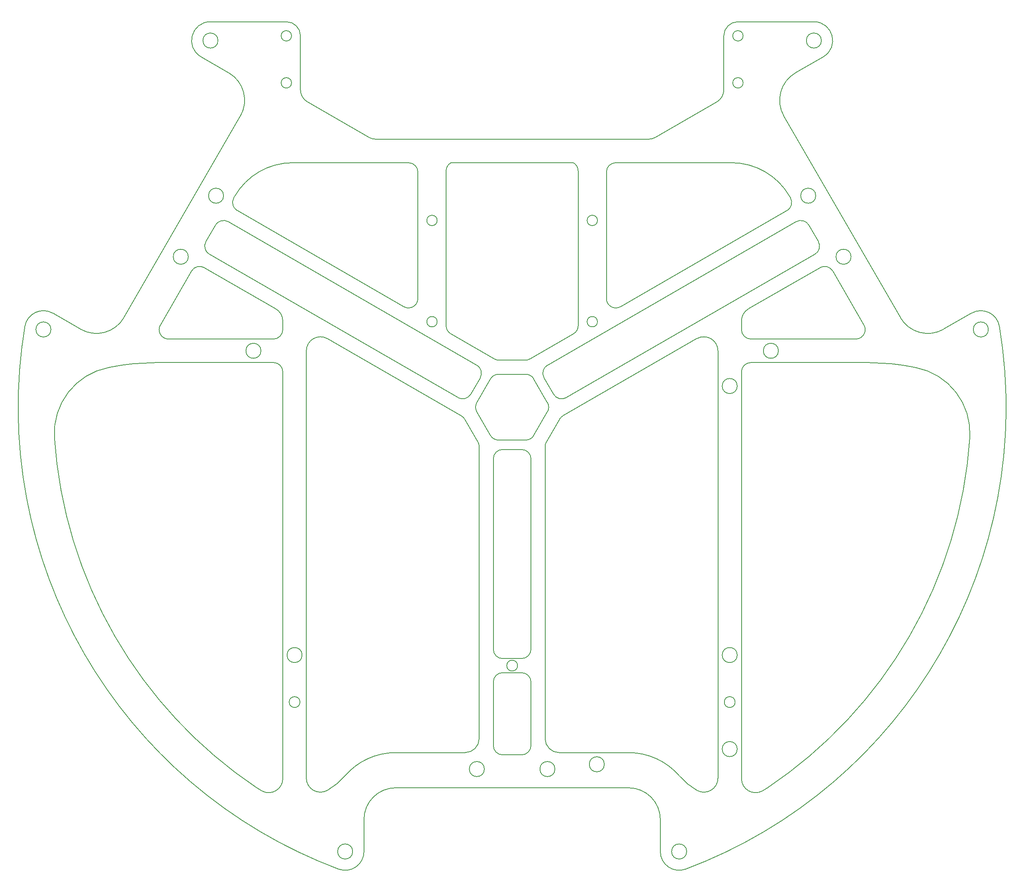
<source format=gbr>
%TF.GenerationSoftware,KiCad,Pcbnew,7.0.9*%
%TF.CreationDate,2024-03-02T10:42:17+09:00*%
%TF.ProjectId,topframe,746f7066-7261-46d6-952e-6b696361645f,rev?*%
%TF.SameCoordinates,Original*%
%TF.FileFunction,Profile,NP*%
%FSLAX46Y46*%
G04 Gerber Fmt 4.6, Leading zero omitted, Abs format (unit mm)*
G04 Created by KiCad (PCBNEW 7.0.9) date 2024-03-02 10:42:17*
%MOMM*%
%LPD*%
G01*
G04 APERTURE LIST*
%TA.AperFunction,Profile*%
%ADD10C,0.200000*%
%TD*%
G04 APERTURE END LIST*
D10*
X103441896Y-79220193D02*
G75*
G03*
X103441896Y-79220193I-1100000J0D01*
G01*
X103441896Y-57670193D02*
G75*
G03*
X103441896Y-57670193I-1100000J0D01*
G01*
X65979999Y-85408000D02*
G75*
G03*
X65979999Y-85408000I-1600000J0D01*
G01*
X113480000Y-174418000D02*
G75*
G03*
X113480000Y-174418000I-1600000J0D01*
G01*
X50537384Y-65398190D02*
G75*
G03*
X50537384Y-65398190I-1600000J0D01*
G01*
X58037384Y-52407809D02*
G75*
G03*
X58037384Y-52407809I-1600000J0D01*
G01*
X74280000Y-160163000D02*
G75*
G03*
X74280000Y-160163000I-1150000J0D01*
G01*
X74730000Y-150158001D02*
G75*
G03*
X74730000Y-150158001I-1600000J0D01*
G01*
X21342501Y-80874132D02*
G75*
G03*
X21342501Y-80874132I-1600000J0D01*
G01*
X85480000Y-191963539D02*
G75*
G03*
X85480000Y-191963539I-1600000J0D01*
G01*
X72480000Y-28386329D02*
G75*
G03*
X72480000Y-28386329I-1100000J0D01*
G01*
X72480000Y-18386329D02*
G75*
G03*
X72480000Y-18386329I-1100000J0D01*
G01*
X56842501Y-19386329D02*
G75*
G03*
X56842501Y-19386329I-1600000J0D01*
G01*
X116595390Y-87408000D02*
X119380000Y-87408000D01*
X115595390Y-87140051D02*
G75*
G03*
X116595390Y-87408000I999998J1732045D01*
G01*
X106341896Y-81797543D02*
X115595390Y-87140051D01*
X105341896Y-80065493D02*
G75*
G03*
X106341896Y-81797543I1999996J-1D01*
G01*
X105341896Y-47139498D02*
X105341896Y-80065493D01*
X106380000Y-45386000D02*
G75*
G03*
X105341896Y-47139498I961895J-1753498D01*
G01*
X119380000Y-45386000D02*
X106380000Y-45386000D01*
X90418846Y-40386000D02*
X119380000Y-40386000D01*
X88918846Y-39984076D02*
G75*
G03*
X90418846Y-40386000I1500003J2598087D01*
G01*
X75880000Y-32456095D02*
X88918846Y-39984076D01*
X74380000Y-29858019D02*
G75*
G03*
X75880000Y-32456095I3000001J1D01*
G01*
X74380000Y-18386329D02*
X74380000Y-29858019D01*
X74380000Y-18386329D02*
G75*
G03*
X71380000Y-15386329I-2999999J1D01*
G01*
X55242501Y-15386329D02*
X71380000Y-15386329D01*
X55242501Y-15386330D02*
G75*
G03*
X53242501Y-22850430I0J-3999999D01*
G01*
X59136271Y-26253200D02*
X53242501Y-22850430D01*
X61606941Y-35473871D02*
G75*
G03*
X59136271Y-26253201I-5845670J3375000D01*
G01*
X36856942Y-78342129D02*
X61606942Y-35473871D01*
X27636271Y-80812799D02*
G75*
G03*
X36856941Y-78342129I3375000J5845670D01*
G01*
X21742501Y-77410031D02*
X27636271Y-80812800D01*
X21742501Y-77410031D02*
G75*
G03*
X15796461Y-80219326I-2000000J-3464102D01*
G01*
X15796461Y-80219326D02*
G75*
G03*
X82474059Y-195708313I103583539J-17188674D01*
G01*
X82474059Y-195708313D02*
G75*
G03*
X87880000Y-191963539I1405941J3744774D01*
G01*
X87880000Y-185158000D02*
X87880000Y-191963539D01*
X94630000Y-178408000D02*
G75*
G03*
X87880000Y-185158000I-1J-6749999D01*
G01*
X119380000Y-178408000D02*
X94630000Y-178408000D01*
X117380000Y-171408000D02*
X119380000Y-171408000D01*
X115380000Y-169408000D02*
G75*
G03*
X117380000Y-171408000I1999999J-1D01*
G01*
X115380000Y-155908001D02*
X115380000Y-169408000D01*
X117380000Y-153908001D02*
G75*
G03*
X115380000Y-155908001I-1J-1999999D01*
G01*
X119380000Y-153908001D02*
X117380000Y-153908001D01*
X119380000Y-151258001D02*
G75*
G03*
X119380000Y-153558001I0J-1150000D01*
G01*
X117380000Y-150908001D02*
X119380000Y-150908001D01*
X115380000Y-148908001D02*
G75*
G03*
X117380000Y-150908001I2000000J0D01*
G01*
X115380000Y-108408000D02*
X115380000Y-148908001D01*
X117380000Y-106408000D02*
G75*
G03*
X115380000Y-108408000I-1J-1999999D01*
G01*
X119380000Y-106408000D02*
X117380000Y-106408000D01*
X116493249Y-104408000D02*
X119380000Y-104408000D01*
X114761198Y-103408000D02*
G75*
G03*
X116493249Y-104408000I1732051J1000000D01*
G01*
X111874446Y-98408000D02*
X114761198Y-103408000D01*
X111874446Y-96408000D02*
G75*
G03*
X111874446Y-98408000I1732052J-1000000D01*
G01*
X114761198Y-91408000D02*
X111874446Y-96408000D01*
X116493249Y-90408000D02*
G75*
G03*
X114761198Y-91408000I0J-2000000D01*
G01*
X119380000Y-90408000D02*
X116493249Y-90408000D01*
X80123189Y-178940323D02*
G75*
G03*
X83832758Y-175873757I-7087652J12350785D01*
G01*
X75630000Y-176338327D02*
G75*
G03*
X80123189Y-178940323I3000000J1D01*
G01*
X75630000Y-85427982D02*
X75630000Y-176338327D01*
X80130000Y-82829906D02*
G75*
G03*
X75630000Y-85427982I-1500000J-2598076D01*
G01*
X108595390Y-99264406D02*
X80130000Y-82829906D01*
X109327440Y-99996457D02*
G75*
G03*
X108595390Y-99264407I-1732055J-1000005D01*
G01*
X112112051Y-104819543D02*
X109327441Y-99996457D01*
X112379999Y-105819543D02*
G75*
G03*
X112112050Y-104819543I-1999993J2D01*
G01*
X112380000Y-167918000D02*
X112380000Y-105819543D01*
X109380000Y-170918000D02*
G75*
G03*
X112380000Y-167918000I-1J3000001D01*
G01*
X94630000Y-170918000D02*
X109380000Y-170918000D01*
X94630000Y-170918001D02*
G75*
G03*
X83832758Y-175873757I-2J-14239996D01*
G01*
X70630000Y-89908000D02*
G75*
G03*
X68630000Y-87908000I-1999999J1D01*
G01*
X70630000Y-176444359D02*
X70630000Y-89908000D01*
X66187246Y-179074656D02*
G75*
G03*
X70630000Y-176444359I1442754J2630297D01*
G01*
X65110148Y-178420242D02*
G75*
G03*
X66187246Y-179074656I7925469J11830901D01*
G01*
X22086415Y-103900949D02*
G75*
G03*
X65110148Y-178420242I97293585J6492949D01*
G01*
X33653041Y-88959937D02*
G75*
G03*
X22086415Y-103900949I2641768J-13992805D01*
G01*
X33860592Y-88919152D02*
X33653041Y-88959936D01*
X43865233Y-87908000D02*
G75*
G03*
X33860592Y-88919152I-4J-49999991D01*
G01*
X68630000Y-87908000D02*
X43865233Y-87908000D01*
X72754347Y-45386001D02*
G75*
G03*
X60422146Y-52506000I-1J-14239998D01*
G01*
X97380000Y-45386000D02*
X72754347Y-45386000D01*
X99341896Y-47385637D02*
G75*
G03*
X97380000Y-45386000I-2000000J0D01*
G01*
X99341896Y-74291990D02*
X99341896Y-47385637D01*
X96341896Y-76024041D02*
G75*
G03*
X99341896Y-74291990I1000000J1732051D01*
G01*
X60950523Y-55590822D02*
X96341896Y-76024041D01*
X60218473Y-52858771D02*
G75*
G03*
X60950523Y-55590821I1732051J-1000000D01*
G01*
X60422145Y-52506000D02*
X60218473Y-52858771D01*
X70630000Y-79077129D02*
G75*
G03*
X69130000Y-76479053I-3000001J-1D01*
G01*
X70630000Y-80907692D02*
X70630000Y-79077129D01*
X68630000Y-82907692D02*
G75*
G03*
X70630000Y-80907692I1J1999999D01*
G01*
X46333821Y-82907692D02*
X68630000Y-82907692D01*
X44601771Y-79907692D02*
G75*
G03*
X46333821Y-82907692I1732051J-1000000D01*
G01*
X51218473Y-68447229D02*
X44601771Y-79907692D01*
X53950523Y-67715178D02*
G75*
G03*
X51218473Y-68447229I-1000000J-1732049D01*
G01*
X69130000Y-76479053D02*
X53950523Y-67715178D01*
X107853721Y-95372102D02*
G75*
G03*
X110585770Y-94640051I999999J1732052D01*
G01*
X55026171Y-64872102D02*
X107853721Y-95372102D01*
X54294120Y-62140051D02*
G75*
G03*
X55026171Y-64872102I1732051J-1000000D01*
G01*
X56294120Y-58675949D02*
X54294120Y-62140051D01*
X59026171Y-57943898D02*
G75*
G03*
X56294120Y-58675949I-999999J-1732054D01*
G01*
X111853721Y-88443898D02*
X59026171Y-57943898D01*
X112585771Y-91175949D02*
G75*
G03*
X111853721Y-88443899I-1732051J1000000D01*
G01*
X110585771Y-94640051D02*
X112585771Y-91175949D01*
X137518104Y-79220193D02*
G75*
G03*
X137518104Y-79220193I-1100000J0D01*
G01*
X137518104Y-57670193D02*
G75*
G03*
X137518104Y-57670193I-1100000J0D01*
G01*
X175980001Y-85408000D02*
G75*
G03*
X175980001Y-85408000I-1600000J0D01*
G01*
X128480000Y-174418000D02*
G75*
G03*
X128480000Y-174418000I-1600000J0D01*
G01*
X191422616Y-65398190D02*
G75*
G03*
X191422616Y-65398190I-1600000J0D01*
G01*
X183922616Y-52407809D02*
G75*
G03*
X183922616Y-52407809I-1600000J0D01*
G01*
X138980000Y-173408001D02*
G75*
G03*
X138980000Y-173408001I-1600000J0D01*
G01*
X167230000Y-92908000D02*
G75*
G03*
X167230000Y-92908000I-1600000J0D01*
G01*
X167230000Y-170168000D02*
G75*
G03*
X167230000Y-170168000I-1600000J0D01*
G01*
X166780000Y-160163000D02*
G75*
G03*
X166780000Y-160163000I-1150000J0D01*
G01*
X167230000Y-150158001D02*
G75*
G03*
X167230000Y-150158001I-1600000J0D01*
G01*
X220617499Y-80874132D02*
G75*
G03*
X220617499Y-80874132I-1600000J0D01*
G01*
X156480000Y-191963539D02*
G75*
G03*
X156480000Y-191963539I-1600000J0D01*
G01*
X168480000Y-28386329D02*
G75*
G03*
X168480000Y-28386329I-1100000J0D01*
G01*
X168480000Y-18386329D02*
G75*
G03*
X168480000Y-18386329I-1100000J0D01*
G01*
X185117499Y-19386329D02*
G75*
G03*
X185117499Y-19386329I-1600000J0D01*
G01*
X122164610Y-87408000D02*
X119380000Y-87408000D01*
X122164610Y-87407999D02*
G75*
G03*
X123164610Y-87140050I2J1999993D01*
G01*
X132418104Y-81797543D02*
X123164610Y-87140051D01*
X132418104Y-81797543D02*
G75*
G03*
X133418104Y-80065493I-999996J1732049D01*
G01*
X133418104Y-47139498D02*
X133418104Y-80065493D01*
X133418104Y-47139498D02*
G75*
G03*
X132380000Y-45386000I-1999999J0D01*
G01*
X119380000Y-45386000D02*
X132380000Y-45386000D01*
X148341154Y-40386000D02*
X119380000Y-40386000D01*
X148341154Y-40385999D02*
G75*
G03*
X149841154Y-39984075I-3J3000010D01*
G01*
X162880000Y-32456095D02*
X149841154Y-39984076D01*
X162880000Y-32456095D02*
G75*
G03*
X164380000Y-29858019I-1500001J2598077D01*
G01*
X164380000Y-18386329D02*
X164380000Y-29858019D01*
X167380000Y-15386329D02*
G75*
G03*
X164380000Y-18386329I-1J-2999999D01*
G01*
X183517499Y-15386329D02*
X167380000Y-15386329D01*
X185517499Y-22850430D02*
G75*
G03*
X183517499Y-15386329I-2000000J3464101D01*
G01*
X179623729Y-26253200D02*
X185517499Y-22850430D01*
X179623729Y-26253201D02*
G75*
G03*
X177153059Y-35473871I3375000J-5845670D01*
G01*
X201903058Y-78342129D02*
X177153058Y-35473871D01*
X201903059Y-78342129D02*
G75*
G03*
X211123729Y-80812799I5845670J3375000D01*
G01*
X217017499Y-77410031D02*
X211123729Y-80812800D01*
X222963539Y-80219326D02*
G75*
G03*
X217017499Y-77410031I-3946040J-654807D01*
G01*
X156285941Y-195708313D02*
G75*
G03*
X222963539Y-80219326I-36905941J98300313D01*
G01*
X150880000Y-191963539D02*
G75*
G03*
X156285941Y-195708313I4000000J0D01*
G01*
X150880000Y-185158000D02*
X150880000Y-191963539D01*
X150880000Y-185158000D02*
G75*
G03*
X144130000Y-178408000I-6749999J1D01*
G01*
X119380000Y-178408000D02*
X144130000Y-178408000D01*
X121380000Y-171408000D02*
X119380000Y-171408000D01*
X121380000Y-171408000D02*
G75*
G03*
X123380000Y-169408000I1J1999999D01*
G01*
X123380000Y-155908001D02*
X123380000Y-169408000D01*
X123380000Y-155908001D02*
G75*
G03*
X121380000Y-153908001I-1999999J1D01*
G01*
X119380000Y-153908001D02*
X121380000Y-153908001D01*
X119380000Y-153558001D02*
G75*
G03*
X119380000Y-151258001I0J1150000D01*
G01*
X121380000Y-150908001D02*
X119380000Y-150908001D01*
X121380000Y-150908001D02*
G75*
G03*
X123380000Y-148908001I0J2000000D01*
G01*
X123380000Y-108408000D02*
X123380000Y-148908001D01*
X123380000Y-108408000D02*
G75*
G03*
X121380000Y-106408000I-1999999J1D01*
G01*
X119380000Y-106408000D02*
X121380000Y-106408000D01*
X122266751Y-104408000D02*
X119380000Y-104408000D01*
X122266751Y-104408000D02*
G75*
G03*
X123998802Y-103408000I0J2000000D01*
G01*
X126885554Y-98408000D02*
X123998802Y-103408000D01*
X126885554Y-98408000D02*
G75*
G03*
X126885554Y-96408000I-1732052J1000000D01*
G01*
X123998802Y-91408000D02*
X126885554Y-96408000D01*
X123998802Y-91408000D02*
G75*
G03*
X122266751Y-90408000I-1732051J-1000000D01*
G01*
X119380000Y-90408000D02*
X122266751Y-90408000D01*
X154927242Y-175873757D02*
G75*
G03*
X158636811Y-178940323I10797221J9284219D01*
G01*
X158636811Y-178940323D02*
G75*
G03*
X163130000Y-176338327I1493189J2601997D01*
G01*
X163130000Y-85427982D02*
X163130000Y-176338327D01*
X163129999Y-85427982D02*
G75*
G03*
X158630000Y-82829907I-2999999J0D01*
G01*
X130164610Y-99264406D02*
X158630000Y-82829906D01*
X130164610Y-99264407D02*
G75*
G03*
X129432560Y-99996457I1000005J-1732055D01*
G01*
X126647949Y-104819543D02*
X129432559Y-99996457D01*
X126647949Y-104819543D02*
G75*
G03*
X126380000Y-105819543I1732045J-999998D01*
G01*
X126380000Y-167918000D02*
X126380000Y-105819543D01*
X126380000Y-167918000D02*
G75*
G03*
X129380000Y-170918000I3000001J1D01*
G01*
X144130000Y-170918000D02*
X129380000Y-170918000D01*
X154927242Y-175873757D02*
G75*
G03*
X144130000Y-170918000I-10797240J-9284240D01*
G01*
X170130000Y-87908000D02*
G75*
G03*
X168130000Y-89908000I-1J-1999999D01*
G01*
X168130000Y-176444359D02*
X168130000Y-89908000D01*
X168130000Y-176444359D02*
G75*
G03*
X172572754Y-179074656I3000000J0D01*
G01*
X172572754Y-179074656D02*
G75*
G03*
X173649852Y-178420242I-6848371J12485315D01*
G01*
X173649851Y-178420241D02*
G75*
G03*
X216673584Y-103900949I-54269851J81012241D01*
G01*
X216673585Y-103900949D02*
G75*
G03*
X205106959Y-88959937I-14208394J948207D01*
G01*
X204899408Y-88919152D02*
X205106959Y-88959936D01*
X204899408Y-88919152D02*
G75*
G03*
X194894767Y-87908000I-10004637J-48988839D01*
G01*
X170130000Y-87908000D02*
X194894767Y-87908000D01*
X178337855Y-52506000D02*
G75*
G03*
X166005653Y-45386000I-12332201J-7119999D01*
G01*
X141380000Y-45386000D02*
X166005653Y-45386000D01*
X141380000Y-45386000D02*
G75*
G03*
X139418104Y-47385637I38104J-1999637D01*
G01*
X139418104Y-74291990D02*
X139418104Y-47385637D01*
X139418104Y-74291990D02*
G75*
G03*
X142418104Y-76024041I2000000J0D01*
G01*
X177809477Y-55590822D02*
X142418104Y-76024041D01*
X177809477Y-55590821D02*
G75*
G03*
X178541527Y-52858771I-1000001J1732050D01*
G01*
X178337855Y-52506000D02*
X178541527Y-52858771D01*
X169630000Y-76479053D02*
G75*
G03*
X168130000Y-79077129I1500001J-2598077D01*
G01*
X168130000Y-80907692D02*
X168130000Y-79077129D01*
X168130000Y-80907692D02*
G75*
G03*
X170130000Y-82907692I1999999J-1D01*
G01*
X192426179Y-82907692D02*
X170130000Y-82907692D01*
X192426179Y-82907692D02*
G75*
G03*
X194158229Y-79907692I-1J2000000D01*
G01*
X187541527Y-68447229D02*
X194158229Y-79907692D01*
X187541527Y-68447229D02*
G75*
G03*
X184809477Y-67715178I-1732050J-999998D01*
G01*
X169630000Y-76479053D02*
X184809477Y-67715178D01*
X128174230Y-94640051D02*
G75*
G03*
X130906279Y-95372102I1732050J1000001D01*
G01*
X183733829Y-64872102D02*
X130906279Y-95372102D01*
X183733829Y-64872102D02*
G75*
G03*
X184465880Y-62140051I-1000000J1732051D01*
G01*
X182465880Y-58675949D02*
X184465880Y-62140051D01*
X182465880Y-58675949D02*
G75*
G03*
X179733829Y-57943898I-1732052J-1000003D01*
G01*
X126906279Y-88443898D02*
X179733829Y-57943898D01*
X126906279Y-88443899D02*
G75*
G03*
X126174229Y-91175949I1000001J-1732050D01*
G01*
X128174229Y-94640051D02*
X126174229Y-91175949D01*
M02*

</source>
